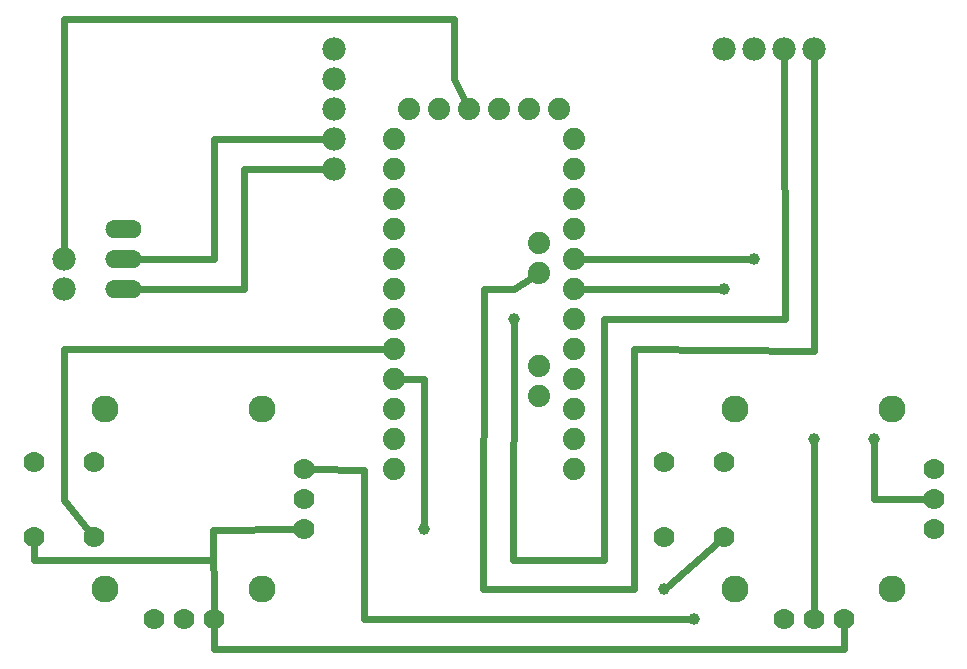
<source format=gbl>
G04 MADE WITH FRITZING*
G04 WWW.FRITZING.ORG*
G04 DOUBLE SIDED*
G04 HOLES PLATED*
G04 CONTOUR ON CENTER OF CONTOUR VECTOR*
%ASAXBY*%
%FSLAX23Y23*%
%MOIN*%
%OFA0B0*%
%SFA1.0B1.0*%
%ADD10C,0.078000*%
%ADD11C,0.090000*%
%ADD12C,0.070000*%
%ADD13C,0.074000*%
%ADD14C,0.060000*%
%ADD15C,0.039370*%
%ADD16C,0.024000*%
%ADD17R,0.001000X0.001000*%
%LNCOPPER0*%
G90*
G70*
G54D10*
X1071Y1654D03*
X1071Y1754D03*
X1071Y1854D03*
X1071Y1954D03*
X1071Y2054D03*
G54D11*
X309Y254D03*
X309Y854D03*
X834Y854D03*
X834Y254D03*
G54D12*
X971Y654D03*
X971Y554D03*
X971Y454D03*
X571Y154D03*
X671Y154D03*
X471Y154D03*
X271Y679D03*
X271Y429D03*
X71Y429D03*
X71Y679D03*
G54D11*
X2409Y254D03*
X2409Y854D03*
X2934Y854D03*
X2934Y254D03*
G54D12*
X3071Y654D03*
X3071Y554D03*
X3071Y454D03*
X2671Y154D03*
X2771Y154D03*
X2571Y154D03*
X2371Y679D03*
X2371Y429D03*
X2171Y429D03*
X2171Y679D03*
G54D13*
X1821Y1854D03*
X1721Y1854D03*
X1621Y1854D03*
X1521Y1854D03*
X1421Y1854D03*
X1321Y1854D03*
X1756Y1309D03*
X1756Y1409D03*
X1756Y899D03*
X1756Y999D03*
X1871Y1754D03*
X1871Y1654D03*
X1871Y1554D03*
X1871Y1454D03*
X1871Y1354D03*
X1871Y1254D03*
X1871Y1154D03*
X1871Y1054D03*
X1871Y954D03*
X1871Y854D03*
X1871Y754D03*
X1871Y654D03*
X1271Y654D03*
X1271Y754D03*
X1271Y854D03*
X1271Y954D03*
X1271Y1054D03*
X1271Y1154D03*
X1271Y1254D03*
X1271Y1354D03*
X1271Y1454D03*
X1271Y1554D03*
X1271Y1654D03*
X1271Y1754D03*
G54D14*
X371Y1454D03*
X371Y1354D03*
X371Y1254D03*
G54D10*
X171Y1254D03*
X171Y1354D03*
G54D15*
X2271Y154D03*
G54D10*
X2371Y2054D03*
X2471Y2054D03*
X2571Y2054D03*
X2671Y2054D03*
G54D15*
X1371Y454D03*
X2371Y1254D03*
X2871Y754D03*
X2471Y1354D03*
X2671Y754D03*
X2171Y254D03*
X1671Y1154D03*
G54D16*
X1671Y1254D02*
X1571Y1254D01*
D02*
X1571Y1254D02*
X1570Y254D01*
D02*
X1730Y1292D02*
X1671Y1254D01*
D02*
X2072Y1054D02*
X2671Y1050D01*
D02*
X2072Y254D02*
X2072Y1054D01*
D02*
X1570Y254D02*
X2072Y254D01*
D02*
X2671Y1050D02*
X2671Y2024D01*
D02*
X2572Y2024D02*
X2575Y1154D01*
D02*
X1973Y353D02*
X1670Y353D01*
D02*
X2575Y1154D02*
X1973Y1154D01*
D02*
X1973Y1154D02*
X1973Y353D01*
D02*
X1670Y353D02*
X1671Y1135D01*
D02*
X171Y1384D02*
X171Y2154D01*
D02*
X171Y2154D02*
X1471Y2154D01*
D02*
X1471Y2154D02*
X1471Y1954D01*
D02*
X1471Y1954D02*
X1508Y1882D01*
D02*
X1172Y154D02*
X1172Y652D01*
D02*
X2252Y154D02*
X1172Y154D01*
D02*
X1172Y652D02*
X1000Y654D01*
D02*
X172Y1054D02*
X1240Y1054D01*
D02*
X172Y552D02*
X172Y1054D01*
D02*
X253Y451D02*
X172Y552D01*
D02*
X670Y353D02*
X72Y353D01*
D02*
X72Y353D02*
X72Y400D01*
D02*
X670Y453D02*
X670Y353D01*
D02*
X670Y453D02*
X671Y183D01*
D02*
X943Y454D02*
X670Y453D01*
D02*
X671Y1354D02*
X403Y1354D01*
D02*
X671Y1754D02*
X671Y1354D01*
D02*
X1041Y1754D02*
X671Y1754D01*
D02*
X771Y1254D02*
X403Y1254D01*
D02*
X771Y1654D02*
X771Y1254D01*
D02*
X1041Y1654D02*
X771Y1654D01*
D02*
X1371Y954D02*
X1303Y954D01*
D02*
X1371Y473D02*
X1371Y954D01*
D02*
X2352Y1254D02*
X1903Y1254D01*
D02*
X2871Y554D02*
X2871Y735D01*
D02*
X3043Y554D02*
X2871Y554D01*
D02*
X1903Y1354D02*
X2452Y1354D01*
D02*
X2671Y735D02*
X2671Y183D01*
D02*
X2771Y54D02*
X671Y54D01*
D02*
X671Y54D02*
X671Y125D01*
D02*
X2771Y125D02*
X2771Y54D01*
D02*
X2350Y410D02*
X2186Y267D01*
G54D17*
X341Y1485D02*
X401Y1485D01*
X334Y1484D02*
X408Y1484D01*
X331Y1483D02*
X411Y1483D01*
X328Y1482D02*
X413Y1482D01*
X326Y1481D02*
X415Y1481D01*
X325Y1480D02*
X417Y1480D01*
X323Y1479D02*
X418Y1479D01*
X322Y1478D02*
X420Y1478D01*
X321Y1477D02*
X421Y1477D01*
X320Y1476D02*
X422Y1476D01*
X319Y1475D02*
X370Y1475D01*
X372Y1475D02*
X423Y1475D01*
X318Y1474D02*
X364Y1474D01*
X377Y1474D02*
X424Y1474D01*
X317Y1473D02*
X362Y1473D01*
X380Y1473D02*
X424Y1473D01*
X317Y1472D02*
X360Y1472D01*
X382Y1472D02*
X425Y1472D01*
X316Y1471D02*
X358Y1471D01*
X383Y1471D02*
X426Y1471D01*
X315Y1470D02*
X357Y1470D01*
X385Y1470D02*
X426Y1470D01*
X315Y1469D02*
X356Y1469D01*
X386Y1469D02*
X427Y1469D01*
X314Y1468D02*
X355Y1468D01*
X386Y1468D02*
X427Y1468D01*
X314Y1467D02*
X354Y1467D01*
X387Y1467D02*
X428Y1467D01*
X314Y1466D02*
X354Y1466D01*
X388Y1466D02*
X428Y1466D01*
X313Y1465D02*
X353Y1465D01*
X389Y1465D02*
X429Y1465D01*
X313Y1464D02*
X353Y1464D01*
X389Y1464D02*
X429Y1464D01*
X313Y1463D02*
X352Y1463D01*
X390Y1463D02*
X429Y1463D01*
X312Y1462D02*
X352Y1462D01*
X390Y1462D02*
X430Y1462D01*
X312Y1461D02*
X351Y1461D01*
X390Y1461D02*
X430Y1461D01*
X312Y1460D02*
X351Y1460D01*
X391Y1460D02*
X430Y1460D01*
X312Y1459D02*
X351Y1459D01*
X391Y1459D02*
X430Y1459D01*
X312Y1458D02*
X351Y1458D01*
X391Y1458D02*
X430Y1458D01*
X312Y1457D02*
X351Y1457D01*
X391Y1457D02*
X430Y1457D01*
X311Y1456D02*
X351Y1456D01*
X391Y1456D02*
X430Y1456D01*
X311Y1455D02*
X350Y1455D01*
X391Y1455D02*
X430Y1455D01*
X311Y1454D02*
X351Y1454D01*
X391Y1454D02*
X430Y1454D01*
X312Y1453D02*
X351Y1453D01*
X391Y1453D02*
X430Y1453D01*
X312Y1452D02*
X351Y1452D01*
X391Y1452D02*
X430Y1452D01*
X312Y1451D02*
X351Y1451D01*
X391Y1451D02*
X430Y1451D01*
X312Y1450D02*
X351Y1450D01*
X391Y1450D02*
X430Y1450D01*
X312Y1449D02*
X351Y1449D01*
X390Y1449D02*
X430Y1449D01*
X312Y1448D02*
X352Y1448D01*
X390Y1448D02*
X430Y1448D01*
X313Y1447D02*
X352Y1447D01*
X390Y1447D02*
X429Y1447D01*
X313Y1446D02*
X353Y1446D01*
X389Y1446D02*
X429Y1446D01*
X313Y1445D02*
X353Y1445D01*
X389Y1445D02*
X429Y1445D01*
X314Y1444D02*
X354Y1444D01*
X388Y1444D02*
X428Y1444D01*
X314Y1443D02*
X355Y1443D01*
X387Y1443D02*
X428Y1443D01*
X314Y1442D02*
X355Y1442D01*
X386Y1442D02*
X427Y1442D01*
X315Y1441D02*
X356Y1441D01*
X386Y1441D02*
X427Y1441D01*
X315Y1440D02*
X357Y1440D01*
X384Y1440D02*
X426Y1440D01*
X316Y1439D02*
X359Y1439D01*
X383Y1439D02*
X426Y1439D01*
X317Y1438D02*
X360Y1438D01*
X382Y1438D02*
X425Y1438D01*
X317Y1437D02*
X362Y1437D01*
X380Y1437D02*
X424Y1437D01*
X318Y1436D02*
X365Y1436D01*
X377Y1436D02*
X424Y1436D01*
X319Y1435D02*
X423Y1435D01*
X320Y1434D02*
X422Y1434D01*
X321Y1433D02*
X421Y1433D01*
X322Y1432D02*
X420Y1432D01*
X324Y1431D02*
X418Y1431D01*
X325Y1430D02*
X417Y1430D01*
X327Y1429D02*
X415Y1429D01*
X328Y1428D02*
X413Y1428D01*
X331Y1427D02*
X411Y1427D01*
X334Y1426D02*
X408Y1426D01*
X340Y1385D02*
X402Y1385D01*
X334Y1384D02*
X408Y1384D01*
X331Y1383D02*
X411Y1383D01*
X328Y1382D02*
X414Y1382D01*
X326Y1381D02*
X415Y1381D01*
X325Y1380D02*
X417Y1380D01*
X323Y1379D02*
X418Y1379D01*
X322Y1378D02*
X420Y1378D01*
X321Y1377D02*
X421Y1377D01*
X320Y1376D02*
X422Y1376D01*
X319Y1375D02*
X370Y1375D01*
X372Y1375D02*
X423Y1375D01*
X318Y1374D02*
X364Y1374D01*
X378Y1374D02*
X424Y1374D01*
X317Y1373D02*
X362Y1373D01*
X380Y1373D02*
X424Y1373D01*
X317Y1372D02*
X360Y1372D01*
X382Y1372D02*
X425Y1372D01*
X316Y1371D02*
X358Y1371D01*
X383Y1371D02*
X426Y1371D01*
X315Y1370D02*
X357Y1370D01*
X385Y1370D02*
X426Y1370D01*
X315Y1369D02*
X356Y1369D01*
X386Y1369D02*
X427Y1369D01*
X314Y1368D02*
X355Y1368D01*
X387Y1368D02*
X427Y1368D01*
X314Y1367D02*
X354Y1367D01*
X387Y1367D02*
X428Y1367D01*
X313Y1366D02*
X354Y1366D01*
X388Y1366D02*
X428Y1366D01*
X313Y1365D02*
X353Y1365D01*
X389Y1365D02*
X429Y1365D01*
X313Y1364D02*
X353Y1364D01*
X389Y1364D02*
X429Y1364D01*
X313Y1363D02*
X352Y1363D01*
X390Y1363D02*
X429Y1363D01*
X312Y1362D02*
X352Y1362D01*
X390Y1362D02*
X430Y1362D01*
X312Y1361D02*
X351Y1361D01*
X390Y1361D02*
X430Y1361D01*
X312Y1360D02*
X351Y1360D01*
X391Y1360D02*
X430Y1360D01*
X312Y1359D02*
X351Y1359D01*
X391Y1359D02*
X430Y1359D01*
X312Y1358D02*
X351Y1358D01*
X391Y1358D02*
X430Y1358D01*
X311Y1357D02*
X351Y1357D01*
X391Y1357D02*
X430Y1357D01*
X311Y1356D02*
X351Y1356D01*
X391Y1356D02*
X430Y1356D01*
X311Y1355D02*
X350Y1355D01*
X391Y1355D02*
X430Y1355D01*
X311Y1354D02*
X351Y1354D01*
X391Y1354D02*
X430Y1354D01*
X312Y1353D02*
X351Y1353D01*
X391Y1353D02*
X430Y1353D01*
X312Y1352D02*
X351Y1352D01*
X391Y1352D02*
X430Y1352D01*
X312Y1351D02*
X351Y1351D01*
X391Y1351D02*
X430Y1351D01*
X312Y1350D02*
X351Y1350D01*
X391Y1350D02*
X430Y1350D01*
X312Y1349D02*
X351Y1349D01*
X390Y1349D02*
X430Y1349D01*
X312Y1348D02*
X352Y1348D01*
X390Y1348D02*
X430Y1348D01*
X313Y1347D02*
X352Y1347D01*
X390Y1347D02*
X429Y1347D01*
X313Y1346D02*
X353Y1346D01*
X389Y1346D02*
X429Y1346D01*
X313Y1345D02*
X353Y1345D01*
X389Y1345D02*
X429Y1345D01*
X314Y1344D02*
X354Y1344D01*
X388Y1344D02*
X428Y1344D01*
X314Y1343D02*
X355Y1343D01*
X387Y1343D02*
X428Y1343D01*
X314Y1342D02*
X355Y1342D01*
X386Y1342D02*
X427Y1342D01*
X315Y1341D02*
X356Y1341D01*
X386Y1341D02*
X427Y1341D01*
X315Y1340D02*
X357Y1340D01*
X384Y1340D02*
X426Y1340D01*
X316Y1339D02*
X359Y1339D01*
X383Y1339D02*
X426Y1339D01*
X317Y1338D02*
X360Y1338D01*
X382Y1338D02*
X425Y1338D01*
X318Y1337D02*
X362Y1337D01*
X380Y1337D02*
X424Y1337D01*
X318Y1336D02*
X365Y1336D01*
X377Y1336D02*
X424Y1336D01*
X319Y1335D02*
X423Y1335D01*
X320Y1334D02*
X422Y1334D01*
X321Y1333D02*
X421Y1333D01*
X322Y1332D02*
X420Y1332D01*
X324Y1331D02*
X418Y1331D01*
X325Y1330D02*
X417Y1330D01*
X327Y1329D02*
X415Y1329D01*
X329Y1328D02*
X413Y1328D01*
X331Y1327D02*
X411Y1327D01*
X334Y1326D02*
X408Y1326D01*
X339Y1285D02*
X402Y1285D01*
X333Y1284D02*
X408Y1284D01*
X330Y1283D02*
X411Y1283D01*
X328Y1282D02*
X414Y1282D01*
X326Y1281D02*
X415Y1281D01*
X325Y1280D02*
X417Y1280D01*
X323Y1279D02*
X418Y1279D01*
X322Y1278D02*
X420Y1278D01*
X321Y1277D02*
X421Y1277D01*
X320Y1276D02*
X422Y1276D01*
X319Y1275D02*
X369Y1275D01*
X372Y1275D02*
X423Y1275D01*
X318Y1274D02*
X364Y1274D01*
X378Y1274D02*
X424Y1274D01*
X317Y1273D02*
X362Y1273D01*
X380Y1273D02*
X424Y1273D01*
X317Y1272D02*
X360Y1272D01*
X382Y1272D02*
X425Y1272D01*
X316Y1271D02*
X358Y1271D01*
X383Y1271D02*
X426Y1271D01*
X315Y1270D02*
X357Y1270D01*
X385Y1270D02*
X426Y1270D01*
X315Y1269D02*
X356Y1269D01*
X386Y1269D02*
X427Y1269D01*
X314Y1268D02*
X355Y1268D01*
X387Y1268D02*
X427Y1268D01*
X314Y1267D02*
X354Y1267D01*
X387Y1267D02*
X428Y1267D01*
X313Y1266D02*
X354Y1266D01*
X388Y1266D02*
X428Y1266D01*
X313Y1265D02*
X353Y1265D01*
X389Y1265D02*
X429Y1265D01*
X313Y1264D02*
X353Y1264D01*
X389Y1264D02*
X429Y1264D01*
X312Y1263D02*
X352Y1263D01*
X390Y1263D02*
X429Y1263D01*
X312Y1262D02*
X352Y1262D01*
X390Y1262D02*
X430Y1262D01*
X312Y1261D02*
X351Y1261D01*
X390Y1261D02*
X430Y1261D01*
X312Y1260D02*
X351Y1260D01*
X391Y1260D02*
X430Y1260D01*
X312Y1259D02*
X351Y1259D01*
X391Y1259D02*
X430Y1259D01*
X312Y1258D02*
X351Y1258D01*
X391Y1258D02*
X430Y1258D01*
X311Y1257D02*
X351Y1257D01*
X391Y1257D02*
X430Y1257D01*
X311Y1256D02*
X350Y1256D01*
X391Y1256D02*
X430Y1256D01*
X311Y1255D02*
X350Y1255D01*
X391Y1255D02*
X430Y1255D01*
X311Y1254D02*
X351Y1254D01*
X391Y1254D02*
X430Y1254D01*
X312Y1253D02*
X351Y1253D01*
X391Y1253D02*
X430Y1253D01*
X312Y1252D02*
X351Y1252D01*
X391Y1252D02*
X430Y1252D01*
X312Y1251D02*
X351Y1251D01*
X391Y1251D02*
X430Y1251D01*
X312Y1250D02*
X351Y1250D01*
X391Y1250D02*
X430Y1250D01*
X312Y1249D02*
X351Y1249D01*
X390Y1249D02*
X430Y1249D01*
X312Y1248D02*
X352Y1248D01*
X390Y1248D02*
X430Y1248D01*
X313Y1247D02*
X352Y1247D01*
X390Y1247D02*
X429Y1247D01*
X313Y1246D02*
X353Y1246D01*
X389Y1246D02*
X429Y1246D01*
X313Y1245D02*
X353Y1245D01*
X389Y1245D02*
X429Y1245D01*
X314Y1244D02*
X354Y1244D01*
X388Y1244D02*
X428Y1244D01*
X314Y1243D02*
X355Y1243D01*
X387Y1243D02*
X428Y1243D01*
X314Y1242D02*
X355Y1242D01*
X386Y1242D02*
X427Y1242D01*
X315Y1241D02*
X356Y1241D01*
X386Y1241D02*
X427Y1241D01*
X316Y1240D02*
X357Y1240D01*
X384Y1240D02*
X426Y1240D01*
X316Y1239D02*
X359Y1239D01*
X383Y1239D02*
X426Y1239D01*
X317Y1238D02*
X360Y1238D01*
X382Y1238D02*
X425Y1238D01*
X318Y1237D02*
X362Y1237D01*
X380Y1237D02*
X424Y1237D01*
X318Y1236D02*
X365Y1236D01*
X377Y1236D02*
X424Y1236D01*
X319Y1235D02*
X423Y1235D01*
X320Y1234D02*
X422Y1234D01*
X321Y1233D02*
X421Y1233D01*
X322Y1232D02*
X420Y1232D01*
X324Y1231D02*
X418Y1231D01*
X325Y1230D02*
X417Y1230D01*
X327Y1229D02*
X415Y1229D01*
X329Y1228D02*
X413Y1228D01*
X331Y1227D02*
X411Y1227D01*
X334Y1226D02*
X408Y1226D01*
D02*
G04 End of Copper0*
M02*
</source>
